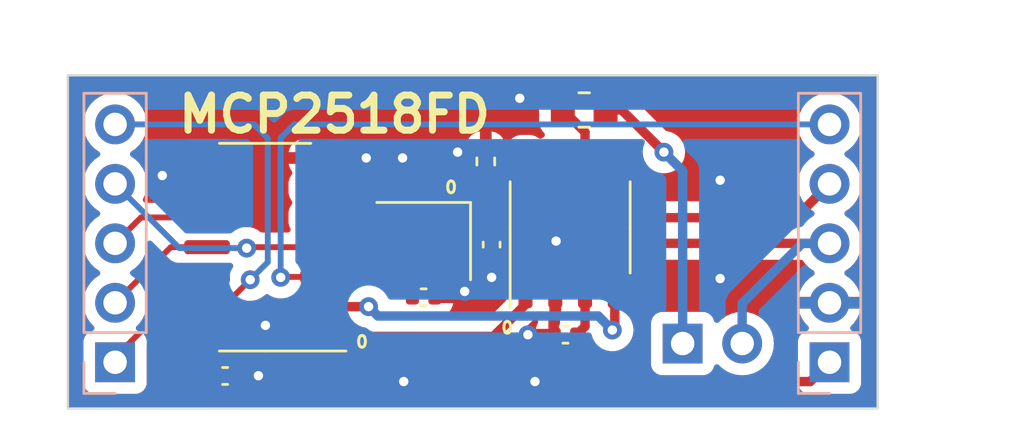
<source format=kicad_pcb>
(kicad_pcb (version 20221018) (generator pcbnew)
  (layers (0 "F.Cu" signal) (31 "B.Cu" signal) (34 "B.Paste" user) (35 "F.Paste" user) (36 "B.SilkS" user "B.Silkscreen") (37 "F.SilkS" user "F.Silkscreen") (38 "B.Mask" user) (39 "F.Mask" user) (44 "Edge.Cuts" user))
  (net 0 "")
  (net 1 "+3V3")
  (net 2 "GND")
  (net 3 "/OSC_IN")
  (net 4 "/OSC_OUT")
  (net 5 "/SPI_MISO")
  (net 6 "/SPI_MOSI")
  (net 7 "/SPI_SCK")
  (net 8 "/CAN_IRQ")
  (net 9 "/~{CS}")
  (net 10 "/CAN_H")
  (net 11 "/CAN_L")
  (net 12 "/SOF")
  (net 13 "Net-(U101-Rs)")
  (net 14 "Net-(J103-Pin_1)")
  (net 15 "/CAN_TX")
  (net 16 "/CAN_RX")
  (footprint "Resistor_SMD:R_0805_2012Metric" (layer "F.Cu") (at 167.8 86.8 180)
    (fp_text reference "R102" hide)
    (fp_text value "120")
    (fp_line (start -0.227064 -0.735) (end 0.227064 -0.735) (stroke (width 0.12)) (layer "F.SilkS"))
    (fp_line (start -0.227064 0.735) (end 0.227064 0.735) (stroke (width 0.12)) (layer "F.SilkS"))
    (pad "1" smd roundrect (at -0.9125 0 180) (size 1.025 1.4) (layers "F.Cu" "F.Paste" "F.Mask") (roundrect_rratio 0.243902439) (net 14 "Net-(J103-Pin_1)"))
    (pad "2" smd roundrect (at 0.9125 0 180) (size 1.025 1.4) (layers "F.Cu" "F.Paste" "F.Mask") (roundrect_rratio 0.243902439) (net 11 "/CAN_L"))
  )
  (footprint "Package_SO:SOIC-14_3.9x8.7mm_P1.27mm" (layer "F.Cu") (at 154.185 92.66 180)
    (fp_text reference "U102" hide)
    (fp_text value "MCP2518FD")
    (fp_line (start 0 -4.435) (end -3.45 -4.435) (stroke (width 0.12)) (layer "F.SilkS"))
    (fp_line (start 0 -4.435) (end 1.95 -4.435) (stroke (width 0.12)) (layer "F.SilkS"))
    (fp_line (start 0 4.435) (end -1.95 4.435) (stroke (width 0.12)) (layer "F.SilkS"))
    (fp_line (start 0 4.435) (end 1.95 4.435) (stroke (width 0.12)) (layer "F.SilkS"))
    (pad "1" smd roundrect (at -2.475 -3.81 180) (size 1.95 0.6) (layers "F.Cu" "F.Paste" "F.Mask") (net 15 "/CAN_TX"))
    (pad "2" smd roundrect (at -2.475 -2.54 180) (size 1.95 0.6) (layers "F.Cu" "F.Paste" "F.Mask") (net 16 "/CAN_RX"))
    (pad "3" smd roundrect (at -2.475 -1.27 180) (size 1.95 0.6) (layers "F.Cu" "F.Paste" "F.Mask") (net 12 "/SOF"))
    (pad "4" smd roundrect (at -2.475 0 180) (size 1.95 0.6) (layers "F.Cu" "F.Paste" "F.Mask") (net 8 "/CAN_IRQ"))
    (pad "5" smd roundrect (at -2.475 1.27 180) (size 1.95 0.6) (layers "F.Cu" "F.Paste" "F.Mask") (net 4 "/OSC_OUT"))
    (pad "6" smd roundrect (at -2.475 2.54 180) (size 1.95 0.6) (layers "F.Cu" "F.Paste" "F.Mask") (net 3 "/OSC_IN"))
    (pad "7" smd roundrect (at -2.475 3.81 180) (size 1.95 0.6) (layers "F.Cu" "F.Paste" "F.Mask") (net 2 "GND"))
    (pad "8" smd roundrect (at 2.475 3.81 180) (size 1.95 0.6) (layers "F.Cu" "F.Paste" "F.Mask"))
    (pad "9" smd roundrect (at 2.475 2.54 180) (size 1.95 0.6) (layers "F.Cu" "F.Paste" "F.Mask"))
    (pad "10" smd roundrect (at 2.475 1.27 180) (size 1.95 0.6) (layers "F.Cu" "F.Paste" "F.Mask") (net 7 "/SPI_SCK"))
    (pad "11" smd roundrect (at 2.475 0 180) (size 1.95 0.6) (layers "F.Cu" "F.Paste" "F.Mask") (net 6 "/SPI_MOSI"))
    (pad "12" smd roundrect (at 2.475 -1.27 180) (size 1.95 0.6) (layers "F.Cu" "F.Paste" "F.Mask") (net 5 "/SPI_MISO"))
    (pad "13" smd roundrect (at 2.475 -2.54 180) (size 1.95 0.6) (layers "F.Cu" "F.Paste" "F.Mask") (net 9 "/~{CS}"))
    (pad "14" smd roundrect (at 2.475 -3.81 180) (size 1.95 0.6) (layers "F.Cu" "F.Paste" "F.Mask") (net 1 "+3V3"))
  )
  (footprint "Capacitor_SMD:C_0402_1005Metric" (layer "F.Cu") (at 163.85 92.55 -90)
    (fp_text reference "C103" hide)
    (fp_text value "20p")
    (fp_line (start -0.107836 -0.36) (end 0.107836 -0.36) (stroke (width 0.12)) (layer "F.SilkS"))
    (fp_line (start -0.107836 0.36) (end 0.107836 0.36) (stroke (width 0.12)) (layer "F.SilkS"))
    (pad "1" smd roundrect (at -0.48 0 270) (size 0.56 0.62) (layers "F.Cu" "F.Paste" "F.Mask") (net 3 "/OSC_IN"))
    (pad "2" smd roundrect (at 0.48 0 270) (size 0.56 0.62) (layers "F.Cu" "F.Paste" "F.Mask") (net 2 "GND"))
  )
  (footprint "Package_SO:SOIC-8_3.9x4.9mm_P1.27mm" (layer "F.Cu") (at 167.2 91.816 90)
    (fp_text reference "U101" hide)
    (fp_text value "SN65HVD230")
    (fp_line (start 0 -2.56) (end -3.45 -2.56) (stroke (width 0.12)) (layer "F.SilkS"))
    (fp_line (start 0 -2.56) (end 1.95 -2.56) (stroke (width 0.12)) (layer "F.SilkS"))
    (fp_line (start 0 2.56) (end -1.95 2.56) (stroke (width 0.12)) (layer "F.SilkS"))
    (fp_line (start 0 2.56) (end 1.95 2.56) (stroke (width 0.12)) (layer "F.SilkS"))
    (pad "1" smd roundrect (at -2.475 -1.905 90) (size 1.95 0.6) (layers "F.Cu" "F.Paste" "F.Mask") (net 15 "/CAN_TX"))
    (pad "2" smd roundrect (at -2.475 -0.635 90) (size 1.95 0.6) (layers "F.Cu" "F.Paste" "F.Mask") (net 2 "GND"))
    (pad "3" smd roundrect (at -2.475 0.635 90) (size 1.95 0.6) (layers "F.Cu" "F.Paste" "F.Mask") (net 1 "+3V3"))
    (pad "4" smd roundrect (at -2.475 1.905 90) (size 1.95 0.6) (layers "F.Cu" "F.Paste" "F.Mask") (net 16 "/CAN_RX"))
    (pad "5" smd roundrect (at 2.475 1.905 90) (size 1.95 0.6) (layers "F.Cu" "F.Paste" "F.Mask"))
    (pad "6" smd roundrect (at 2.475 0.635 90) (size 1.95 0.6) (layers "F.Cu" "F.Paste" "F.Mask") (net 11 "/CAN_L"))
    (pad "7" smd roundrect (at 2.475 -0.635 90) (size 1.95 0.6) (layers "F.Cu" "F.Paste" "F.Mask") (net 10 "/CAN_H"))
    (pad "8" smd roundrect (at 2.475 -1.905 90) (size 1.95 0.6) (layers "F.Cu" "F.Paste" "F.Mask") (net 13 "Net-(U101-Rs)"))
  )
  (footprint "Capacitor_SMD:C_0402_1005Metric" (layer "F.Cu") (at 160.95 94.8)
    (fp_text reference "C104" hide)
    (fp_text value "20p")
    (fp_line (start -0.107836 -0.36) (end 0.107836 -0.36) (stroke (width 0.12)) (layer "F.SilkS"))
    (fp_line (start -0.107836 0.36) (end 0.107836 0.36) (stroke (width 0.12)) (layer "F.SilkS"))
    (pad "1" smd roundrect (at -0.48 0) (size 0.56 0.62) (layers "F.Cu" "F.Paste" "F.Mask") (net 4 "/OSC_OUT"))
    (pad "2" smd roundrect (at 0.48 0) (size 0.56 0.62) (layers "F.Cu" "F.Paste" "F.Mask") (net 2 "GND"))
  )
  (footprint "Resistor_SMD:R_0402_1005Metric" (layer "F.Cu") (at 163.6 89 -90)
    (fp_text reference "R101" hide)
    (fp_text value "10K")
    (fp_line (start -0.153641 -0.38) (end 0.153641 -0.38) (stroke (width 0.12)) (layer "F.SilkS"))
    (fp_line (start -0.153641 0.38) (end 0.153641 0.38) (stroke (width 0.12)) (layer "F.SilkS"))
    (pad "1" smd roundrect (at -0.51 0 270) (size 0.54 0.64) (layers "F.Cu" "F.Paste" "F.Mask") (net 2 "GND"))
    (pad "2" smd roundrect (at 0.51 0 270) (size 0.54 0.64) (layers "F.Cu" "F.Paste" "F.Mask") (net 13 "Net-(U101-Rs)"))
  )
  (footprint "NVF-Kicad:PinHeader_1x02_P2.54mm_Horizontal" (layer "F.Cu") (at 172 96.775 90)
    (fp_text reference "J103" hide)
    (fp_text value "Can Termination" hide)
    (pad "1" thru_hole rect (at 0 0 90) (size 1.7 1.7) (drill 1) (layers "*.Cu" "*.Mask") (net 14 "Net-(J103-Pin_1)"))
    (pad "2" thru_hole oval (at 0 2.54 90) (size 1.7 1.7) (drill 1) (layers "*.Cu" "*.Mask") (net 10 "/CAN_H"))
  )
  (footprint "Capacitor_SMD:C_0402_1005Metric" (layer "F.Cu") (at 152.48 98.16)
    (fp_text reference "C101" hide)
    (fp_text value "100n")
    (fp_line (start -0.107836 -0.36) (end 0.107836 -0.36) (stroke (width 0.12)) (layer "F.SilkS"))
    (fp_line (start -0.107836 0.36) (end 0.107836 0.36) (stroke (width 0.12)) (layer "F.SilkS"))
    (pad "1" smd roundrect (at -0.48 0) (size 0.56 0.62) (layers "F.Cu" "F.Paste" "F.Mask") (net 1 "+3V3"))
    (pad "2" smd roundrect (at 0.48 0) (size 0.56 0.62) (layers "F.Cu" "F.Paste" "F.Mask") (net 2 "GND"))
  )
  (footprint "Crystal:Crystal_SMD_3225-4Pin_3.2x2.5mm" (layer "F.Cu") (at 160.95 92.4 180)
    (fp_text reference "Y101" hide)
    (fp_text value "40MHz")
    (fp_line (start -2 -1.65) (end -2 1.65) (stroke (width 0.12)) (layer "F.SilkS"))
    (fp_line (start -2 1.65) (end 2 1.65) (stroke (width 0.12)) (layer "F.SilkS"))
    (pad "1" smd rect (at -1.1 0.85 180) (size 1.4 1.2) (layers "F.Cu" "F.Paste" "F.Mask") (net 3 "/OSC_IN"))
    (pad "2" smd rect (at 1.1 0.85 180) (size 1.4 1.2) (layers "F.Cu" "F.Paste" "F.Mask") (net 2 "GND"))
    (pad "3" smd rect (at 1.1 -0.85 180) (size 1.4 1.2) (layers "F.Cu" "F.Paste" "F.Mask") (net 4 "/OSC_OUT"))
    (pad "4" smd rect (at -1.1 -0.85 180) (size 1.4 1.2) (layers "F.Cu" "F.Paste" "F.Mask") (net 2 "GND"))
  )
  (footprint "Capacitor_SMD:C_0402_1005Metric" (layer "F.Cu") (at 167 96.4 180)
    (fp_text reference "C102" hide)
    (fp_text value "100n")
    (fp_line (start -0.107836 -0.36) (end 0.107836 -0.36) (stroke (width 0.12)) (layer "F.SilkS"))
    (fp_line (start -0.107836 0.36) (end 0.107836 0.36) (stroke (width 0.12)) (layer "F.SilkS"))
    (pad "1" smd roundrect (at -0.48 0 180) (size 0.56 0.62) (layers "F.Cu" "F.Paste" "F.Mask") (net 1 "+3V3"))
    (pad "2" smd roundrect (at 0.48 0 180) (size 0.56 0.62) (layers "F.Cu" "F.Paste" "F.Mask") (net 2 "GND"))
  )
  (footprint "Connector_PinHeader_2.54mm:PinHeader_1x05_P2.54mm_Vertical" (layer "B.Cu") (at 178.266 97.576)
    (fp_text reference "J102" hide)
    (fp_text value "Can Connect")
    (fp_line (start -1.33 -11.49) (end 1.33 -11.49) (stroke (width 0.12)) (layer "B.SilkS"))
    (fp_line (start -1.33 -1.27) (end -1.33 -11.49) (stroke (width 0.12)) (layer "B.SilkS"))
    (fp_line (start -1.33 -1.27) (end 1.33 -1.27) (stroke (width 0.12)) (layer "B.SilkS"))
    (fp_line (start -1.33 0) (end -1.33 1.33) (stroke (width 0.12)) (layer "B.SilkS"))
    (fp_line (start -1.33 1.33) (end 0 1.33) (stroke (width 0.12)) (layer "B.SilkS"))
    (fp_line (start 1.33 -1.27) (end 1.33 -11.49) (stroke (width 0.12)) (layer "B.SilkS"))
    (pad "1" thru_hole rect (at 0 0) (size 1.7 1.7) (drill 1) (layers "*.Cu" "*.Mask") (net 1 "+3V3"))
    (pad "2" thru_hole oval (at 0 -2.54) (size 1.7 1.7) (drill 1) (layers "*.Cu" "*.Mask") (net 2 "GND"))
    (pad "3" thru_hole oval (at 0 -5.08) (size 1.7 1.7) (drill 1) (layers "*.Cu" "*.Mask") (net 10 "/CAN_H"))
    (pad "4" thru_hole oval (at 0 -7.62) (size 1.7 1.7) (drill 1) (layers "*.Cu" "*.Mask") (net 11 "/CAN_L"))
    (pad "5" thru_hole oval (at 0 -10.16) (size 1.7 1.7) (drill 1) (layers "*.Cu" "*.Mask") (net 12 "/SOF"))
  )
  (footprint "Connector_PinHeader_2.54mm:PinHeader_1x05_P2.54mm_Vertical" (layer "B.Cu") (at 147.786 97.576)
    (fp_text reference "J101" hide)
    (fp_text value "Can Connect")
    (fp_line (start -1.33 -11.49) (end 1.33 -11.49) (stroke (width 0.12)) (layer "B.SilkS"))
    (fp_line (start -1.33 -1.27) (end -1.33 -11.49) (stroke (width 0.12)) (layer "B.SilkS"))
    (fp_line (start -1.33 -1.27) (end 1.33 -1.27) (stroke (width 0.12)) (layer "B.SilkS"))
    (fp_line (start -1.33 0) (end -1.33 1.33) (stroke (width 0.12)) (layer "B.SilkS"))
    (fp_line (start -1.33 1.33) (end 0 1.33) (stroke (width 0.12)) (layer "B.SilkS"))
    (fp_line (start 1.33 -1.27) (end 1.33 -11.49) (stroke (width 0.12)) (layer "B.SilkS"))
    (pad "1" thru_hole rect (at 0 0) (size 1.7 1.7) (drill 1) (layers "*.Cu" "*.Mask") (net 5 "/SPI_MISO"))
    (pad "2" thru_hole oval (at 0 -2.54) (size 1.7 1.7) (drill 1) (layers "*.Cu" "*.Mask") (net 6 "/SPI_MOSI"))
    (pad "3" thru_hole oval (at 0 -5.08) (size 1.7 1.7) (drill 1) (layers "*.Cu" "*.Mask") (net 7 "/SPI_SCK"))
    (pad "4" thru_hole oval (at 0 -7.62) (size 1.7 1.7) (drill 1) (layers "*.Cu" "*.Mask") (net 8 "/CAN_IRQ"))
    (pad "5" thru_hole oval (at 0 -10.16) (size 1.7 1.7) (drill 1) (layers "*.Cu" "*.Mask") (net 9 "/~{CS}"))
  )
  (gr_rect (start 145.772 85.322) (end 180.316 99.546) (stroke (width 0.1)) (fill none) (layer "Edge.Cuts"))
  (gr_text "MCP2518FD" (at 150.344 87.862) (layer "F.SilkS") (effects (font (size 1.5 1.5) (thickness 0.3) bold) (justify left bottom)))
  (gr_text "0" (at 158 97) (layer "F.SilkS") (effects (font (size 0.5 0.5) (thickness 0.125)) (justify left bottom)))
  (gr_text "0" (at 161.8 90.4) (layer "F.SilkS") (effects (font (size 0.5 0.5) (thickness 0.125)) (justify left bottom)))
  (gr_text "0" (at 164.2 96.4) (layer "F.SilkS") (effects (font (size 0.5 0.5) (thickness 0.125)) (justify left bottom)))
  (segment (start 167.835 94.291) (end 167.835 96.045) (width 0.4) (layer "F.Cu") (net 1))
  (segment (start 167.835 96.045) (end 167.48 96.4) (width 0.4) (layer "F.Cu") (net 1))
  (segment (start 168.43 97.35) (end 152.59 97.35) (width 0.4) (layer "F.Cu") (net 1))
  (segment (start 168.23 97.17) (end 168.24 97.16) (width 0.4) (layer "F.Cu") (net 1))
  (segment (start 178.266 97.576) (end 177.442 98.4) (width 0.4) (layer "F.Cu") (net 1))
  (segment (start 168.656 97.576) (end 168.24 97.16) (width 0.4) (layer "F.Cu") (net 1))
  (segment (start 152 97.94) (end 152 98.16) (width 0.4) (layer "F.Cu") (net 1))
  (segment (start 169.48 98.4) (end 168.656 97.576) (width 0.4) (layer "F.Cu") (net 1))
  (segment (start 177.442 98.4) (end 169.48 98.4) (width 0.4) (layer "F.Cu") (net 1))
  (segment (start 151.71 96.47) (end 152.41 97.17) (width 0.4) (layer "F.Cu") (net 1))
  (segment (start 152.59 97.35) (end 152.41 97.17) (width 0.4) (layer "F.Cu") (net 1))
  (segment (start 168.24 97.16) (end 167.48 96.4) (width 0.4) (layer "F.Cu") (net 1))
  (segment (start 152.59 97.35) (end 152 97.94) (width 0.4) (layer "F.Cu") (net 1))
  (segment (start 168.656 97.576) (end 168.43 97.35) (width 0.4) (layer "F.Cu") (net 1))
  (segment (start 159.95 91.55) (end 161.65 93.25) (width 0.25) (layer "F.Cu") (net 2))
  (segment (start 159.375 91.075) (end 159.85 91.55) (width 0.25) (layer "F.Cu") (net 2))
  (segment (start 156.66 88.85) (end 158.5 88.85) (width 0.25) (layer "F.Cu") (net 2))
  (segment (start 159.85 91.55) (end 159.95 91.55) (width 0.25) (layer "F.Cu") (net 2))
  (segment (start 162.05 94.18) (end 161.43 94.8) (width 0.25) (layer "F.Cu") (net 2))
  (segment (start 161.65 93.25) (end 162.05 93.25) (width 0.25) (layer "F.Cu") (net 2))
  (segment (start 162.05 93.25) (end 162.05 94.18) (width 0.25) (layer "F.Cu") (net 2))
  (segment (start 159.85 91.55) (end 159.299598 91.55) (width 0.25) (layer "F.Cu") (net 2))
  (segment (start 163.63 93.25) (end 163.85 93.03) (width 0.25) (layer "F.Cu") (net 2))
  (segment (start 162.22 93.08) (end 162.05 93.25) (width 0.25) (layer "F.Cu") (net 2))
  (segment (start 162.05 93.25) (end 163.63 93.25) (width 0.25) (layer "F.Cu") (net 2))
  (via (at 149.8 89.6) (size 0.8) (drill 0.4) (layers "F.Cu" "B.Cu") (net 2))
  (via (at 162.7 94.55) (size 0.8) (drill 0.4) (layers "F.Cu" "B.Cu") (net 2))
  (via (at 165.7 98.4) (size 0.8) (drill 0.4) (layers "F.Cu" "B.Cu") (net 2))
  (via (at 162.4 88.6) (size 0.8) (drill 0.4) (layers "F.Cu" "B.Cu") (net 2))
  (via (at 154.2 96) (size 0.8) (drill 0.4) (layers "F.Cu" "B.Cu") (net 2))
  (via (at 163.85 93.95) (size 0.8) (drill 0.4) (layers "F.Cu" "B.Cu") (net 2))
  (via (at 166.6 92.4) (size 0.8) (drill 0.4) (layers "F.Cu" "B.Cu") (net 2))
  (via (at 165.05 86.3) (size 0.8) (drill 0.4) (layers "F.Cu" "B.Cu") (net 2))
  (via (at 160.05 88.85) (size 0.8) (drill 0.4) (layers "F.Cu" "B.Cu") (net 2))
  (via (at 158.5 88.85) (size 0.8) (drill 0.4) (layers "F.Cu" "B.Cu") (net 2))
  (via (at 173.6 89.8) (size 0.8) (drill 0.4) (layers "F.Cu" "B.Cu") (net 2))
  (via (at 173.6 94) (size 0.8) (drill 0.4) (layers "F.Cu" "B.Cu") (net 2))
  (via (at 153.9 98.15) (size 0.8) (drill 0.4) (layers "F.Cu" "B.Cu") (net 2))
  (via (at 160.1 98.4) (size 0.8) (drill 0.4) (layers "F.Cu" "B.Cu") (net 2))
  (via (at 165.4 96.4) (size 0.8) (drill 0.4) (layers "F.Cu" "B.Cu") (net 2))
  (segment (start 156.66 90.12) (end 160.62 90.12) (width 0.25) (layer "F.Cu") (net 3))
  (segment (start 162.05 91.55) (end 163.33 91.55) (width 0.25) (layer "F.Cu") (net 3))
  (segment (start 160.62 90.12) (end 162.05 91.55) (width 0.25) (layer "F.Cu") (net 3))
  (segment (start 163.33 91.55) (end 163.85 92.07) (width 0.25) (layer "F.Cu") (net 3))
  (segment (start 157.44 91.39) (end 159.3 93.25) (width 0.25) (layer "F.Cu") (net 4))
  (segment (start 159.85 93.25) (end 159.85 94.18) (width 0.25) (layer "F.Cu") (net 4))
  (segment (start 159.3 93.25) (end 159.85 93.25) (width 0.25) (layer "F.Cu") (net 4))
  (segment (start 159.85 94.18) (end 160.47 94.8) (width 0.25) (layer "F.Cu") (net 4))
  (segment (start 156.66 91.39) (end 157.44 91.39) (width 0.25) (layer "F.Cu") (net 4))
  (segment (start 147.786 97.364) (end 147.786 97.576) (width 0.25) (layer "F.Cu") (net 5))
  (segment (start 151.71 93.93) (end 151.22 93.93) (width 0.25) (layer "F.Cu") (net 5))
  (segment (start 151.22 93.93) (end 147.786 97.364) (width 0.25) (layer "F.Cu") (net 5))
  (segment (start 151.71 92.66) (end 150.162 92.66) (width 0.25) (layer "F.Cu") (net 6))
  (segment (start 150.162 92.66) (end 147.786 95.036) (width 0.25) (layer "F.Cu") (net 6))
  (segment (start 148.892 91.39) (end 147.786 92.496) (width 0.25) (layer "F.Cu") (net 7))
  (segment (start 151.71 91.39) (end 148.892 91.39) (width 0.25) (layer "F.Cu") (net 7))
  (segment (start 153.44 92.66) (end 156.66 92.66) (width 0.25) (layer "F.Cu") (net 8))
  (segment (start 153.4 92.7) (end 153.44 92.66) (width 0.25) (layer "F.Cu") (net 8))
  (via (at 153.4 92.7) (size 0.8) (drill 0.4) (layers "F.Cu" "B.Cu") (net 8))
  (segment (start 153.4 92.7) (end 150.53 92.7) (width 0.25) (layer "B.Cu") (net 8))
  (segment (start 150.53 92.7) (end 147.786 89.956) (width 0.25) (layer "B.Cu") (net 8))
  (segment (start 152.4 95.2) (end 151.71 95.2) (width 0.25) (layer "F.Cu") (net 9))
  (segment (start 153.55 94.05) (end 152.4 95.2) (width 0.25) (layer "F.Cu") (net 9))
  (via (at 153.55 94.05) (size 0.8) (drill 0.4) (layers "F.Cu" "B.Cu") (net 9))
  (segment (start 154.3 93.3) (end 154.3 88) (width 0.25) (layer "B.Cu") (net 9))
  (segment (start 153.716 87.416) (end 147.786 87.416) (width 0.25) (layer "B.Cu") (net 9))
  (segment (start 154.3 88) (end 153.716 87.416) (width 0.25) (layer "B.Cu") (net 9))
  (segment (start 153.55 94.05) (end 154.3 93.3) (width 0.25) (layer "B.Cu") (net 9))
  (segment (start 172.224 92.496) (end 172.2 92.496) (width 0.4) (layer "F.Cu") (net 10))
  (segment (start 166.565 89.341) (end 166.565 90.315999) (width 0.4) (layer "F.Cu") (net 10))
  (segment (start 175.2 92.496) (end 178.266 92.496) (width 0.4) (layer "F.Cu") (net 10))
  (segment (start 166.565 90.315999) (end 168.745001 92.496) (width 0.4) (layer "F.Cu") (net 10))
  (segment (start 168.745001 92.496) (end 172.2 92.496) (width 0.4) (layer "F.Cu") (net 10))
  (segment (start 172.2 92.496) (end 175.2 92.496) (width 0.4) (layer "F.Cu") (net 10))
  (segment (start 174.54 95.06) (end 177.104 92.496) (width 0.4) (layer "B.Cu") (net 10))
  (segment (start 177.104 92.496) (end 178.266 92.496) (width 0.4) (layer "B.Cu") (net 10))
  (segment (start 174.54 96.775) (end 174.54 95.06) (width 0.4) (layer "B.Cu") (net 10))
  (segment (start 168.919001 91.4) (end 176.822 91.4) (width 0.4) (layer "F.Cu") (net 11))
  (segment (start 176.822 91.4) (end 178.266 89.956) (width 0.4) (layer "F.Cu") (net 11))
  (segment (start 167.835 87.7475) (end 166.8875 86.8) (width 0.4) (layer "F.Cu") (net 11))
  (segment (start 167.835 89.341) (end 167.835 90.315999) (width 0.4) (layer "F.Cu") (net 11))
  (segment (start 167.835 89.341) (end 167.835 87.7475) (width 0.4) (layer "F.Cu") (net 11))
  (segment (start 167.835 90.315999) (end 168.919001 91.4) (width 0.4) (layer "F.Cu") (net 11))
  (segment (start 154.85 93.95) (end 154.87 93.93) (width 0.25) (layer "F.Cu") (net 12))
  (segment (start 154.87 93.93) (end 156.66 93.93) (width 0.25) (layer "F.Cu") (net 12))
  (via (at 154.85 93.95) (size 0.8) (drill 0.4) (layers "F.Cu" "B.Cu") (net 12))
  (segment (start 155.434 87.416) (end 178.266 87.416) (width 0.25) (layer "B.Cu") (net 12))
  (segment (start 154.85 88) (end 155.434 87.416) (width 0.25) (layer "B.Cu") (net 12))
  (segment (start 154.85 93.95) (end 154.85 88) (width 0.25) (layer "B.Cu") (net 12))
  (segment (start 165.126 89.51) (end 165.295 89.341) (width 0.25) (layer "F.Cu") (net 13))
  (segment (start 163.6 89.51) (end 165.126 89.51) (width 0.25) (layer "F.Cu") (net 13))
  (segment (start 169.4 86.8) (end 168.7125 86.8) (width 0.4) (layer "F.Cu") (net 14))
  (segment (start 171.2 88.6) (end 169.4 86.8) (width 0.4) (layer "F.Cu") (net 14))
  (via (at 171.2 88.6) (size 0.8) (drill 0.4) (layers "F.Cu" "B.Cu") (net 14))
  (segment (start 172 89.4) (end 172 96.775) (width 0.4) (layer "B.Cu") (net 14))
  (segment (start 171.2 88.6) (end 172 89.4) (width 0.4) (layer "B.Cu") (net 14))
  (segment (start 156.66 96.47) (end 163.93 96.47) (width 0.4) (layer "F.Cu") (net 15))
  (segment (start 165.295 95.105) (end 165.295 94.291) (width 0.4) (layer "F.Cu") (net 15))
  (segment (start 163.93 96.47) (end 165.295 95.105) (width 0.4) (layer "F.Cu") (net 15))
  (segment (start 169 96.2) (end 169.105 96.095) (width 0.4) (layer "F.Cu") (net 16))
  (segment (start 156.66 95.2) (end 158.6 95.2) (width 0.4) (layer "F.Cu") (net 16))
  (segment (start 169.105 96.095) (end 169.105 94.291) (width 0.4) (layer "F.Cu") (net 16))
  (via (at 169 96.2) (size 0.8) (drill 0.4) (layers "F.Cu" "B.Cu") (net 16))
  (via (at 158.6 95.2) (size 0.8) (drill 0.4) (layers "F.Cu" "B.Cu") (net 16))
  (segment (start 168.4 95.6) (end 169 96.2) (width 0.4) (layer "B.Cu") (net 16))
  (segment (start 158.6 95.2) (end 159 95.6) (width 0.4) (layer "B.Cu") (net 16))
  (segment (start 163.8 95.6) (end 168.4 95.6) (width 0.4) (layer "B.Cu") (net 16))
  (segment (start 159 95.6) (end 163.8 95.6) (width 0.4) (layer "B.Cu") (net 16))
  (zone (net 2) (net_name "GND") (layers "F&B.Cu") (connect_pads (clearance 0.5)) (min_thickness 0.25) (fill yes (thermal_gap 0.5) (thermal_bridge_width 0.5))
    (polygon (pts (xy 180.57 85.068) (xy 145.518 85.068) (xy 145.518 99.8) (xy 180.57 99.8)))
  )
)
</source>
